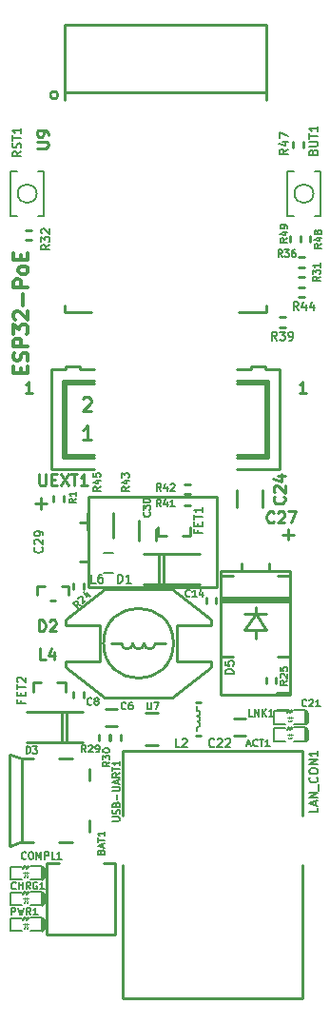
<source format=gbr>
G04 #@! TF.GenerationSoftware,KiCad,Pcbnew,6.0.0-rc1-unknown-0cca1c6~65~ubuntu16.04.1*
G04 #@! TF.CreationDate,2018-08-03T14:11:54+03:00*
G04 #@! TF.ProjectId,ESP32-PoE_Rev_B,45535033322D506F455F5265765F422E,B*
G04 #@! TF.SameCoordinates,Original*
G04 #@! TF.FileFunction,Legend,Top*
G04 #@! TF.FilePolarity,Positive*
%FSLAX46Y46*%
G04 Gerber Fmt 4.6, Leading zero omitted, Abs format (unit mm)*
G04 Created by KiCad (PCBNEW 6.0.0-rc1-unknown-0cca1c6~65~ubuntu16.04.1) date Fri Aug  3 14:11:54 2018*
%MOMM*%
%LPD*%
G01*
G04 APERTURE LIST*
%ADD10C,0.254000*%
%ADD11C,0.304800*%
%ADD12C,0.127000*%
%ADD13C,0.200000*%
%ADD14C,0.100000*%
%ADD15C,0.050000*%
%ADD16C,0.600000*%
%ADD17C,0.190500*%
%ADD18C,0.158750*%
G04 APERTURE END LIST*
D10*
X116622285Y-121998619D02*
X116041714Y-121998619D01*
X116332000Y-121998619D02*
X116332000Y-120982619D01*
X116235238Y-121127761D01*
X116138476Y-121224523D01*
X116041714Y-121272904D01*
X92238285Y-121998619D02*
X91657714Y-121998619D01*
X91948000Y-121998619D02*
X91948000Y-120982619D01*
X91851238Y-121127761D01*
X91754476Y-121224523D01*
X91657714Y-121272904D01*
D11*
X91222285Y-120226666D02*
X91222285Y-119803333D01*
X91887523Y-119621904D02*
X91887523Y-120226666D01*
X90617523Y-120226666D01*
X90617523Y-119621904D01*
X91827047Y-119138095D02*
X91887523Y-118956666D01*
X91887523Y-118654285D01*
X91827047Y-118533333D01*
X91766571Y-118472857D01*
X91645619Y-118412380D01*
X91524666Y-118412380D01*
X91403714Y-118472857D01*
X91343238Y-118533333D01*
X91282761Y-118654285D01*
X91222285Y-118896190D01*
X91161809Y-119017142D01*
X91101333Y-119077619D01*
X90980380Y-119138095D01*
X90859428Y-119138095D01*
X90738476Y-119077619D01*
X90678000Y-119017142D01*
X90617523Y-118896190D01*
X90617523Y-118593809D01*
X90678000Y-118412380D01*
X91887523Y-117868095D02*
X90617523Y-117868095D01*
X90617523Y-117384285D01*
X90678000Y-117263333D01*
X90738476Y-117202857D01*
X90859428Y-117142380D01*
X91040857Y-117142380D01*
X91161809Y-117202857D01*
X91222285Y-117263333D01*
X91282761Y-117384285D01*
X91282761Y-117868095D01*
X90617523Y-116719047D02*
X90617523Y-115932857D01*
X91101333Y-116356190D01*
X91101333Y-116174761D01*
X91161809Y-116053809D01*
X91222285Y-115993333D01*
X91343238Y-115932857D01*
X91645619Y-115932857D01*
X91766571Y-115993333D01*
X91827047Y-116053809D01*
X91887523Y-116174761D01*
X91887523Y-116537619D01*
X91827047Y-116658571D01*
X91766571Y-116719047D01*
X90738476Y-115449047D02*
X90678000Y-115388571D01*
X90617523Y-115267619D01*
X90617523Y-114965238D01*
X90678000Y-114844285D01*
X90738476Y-114783809D01*
X90859428Y-114723333D01*
X90980380Y-114723333D01*
X91161809Y-114783809D01*
X91887523Y-115509523D01*
X91887523Y-114723333D01*
X91403714Y-114179047D02*
X91403714Y-113211428D01*
X91887523Y-112606666D02*
X90617523Y-112606666D01*
X90617523Y-112122857D01*
X90678000Y-112001904D01*
X90738476Y-111941428D01*
X90859428Y-111880952D01*
X91040857Y-111880952D01*
X91161809Y-111941428D01*
X91222285Y-112001904D01*
X91282761Y-112122857D01*
X91282761Y-112606666D01*
X91887523Y-111155238D02*
X91827047Y-111276190D01*
X91766571Y-111336666D01*
X91645619Y-111397142D01*
X91282761Y-111397142D01*
X91161809Y-111336666D01*
X91101333Y-111276190D01*
X91040857Y-111155238D01*
X91040857Y-110973809D01*
X91101333Y-110852857D01*
X91161809Y-110792380D01*
X91282761Y-110731904D01*
X91645619Y-110731904D01*
X91766571Y-110792380D01*
X91827047Y-110852857D01*
X91887523Y-110973809D01*
X91887523Y-111155238D01*
X91222285Y-110187619D02*
X91222285Y-109764285D01*
X91887523Y-109582857D02*
X91887523Y-110187619D01*
X90617523Y-110187619D01*
X90617523Y-109582857D01*
D12*
G04 #@! TO.C,BUT1*
X114959000Y-106267000D02*
X114959000Y-102267000D01*
X117959000Y-106267000D02*
X117959000Y-102267000D01*
X114962000Y-102267000D02*
X115520800Y-102267000D01*
X117398000Y-102267000D02*
X117956800Y-102267000D01*
X114961200Y-106267000D02*
X115570800Y-106267000D01*
X117398000Y-106267000D02*
X117956800Y-106267000D01*
X117298738Y-104267000D02*
G75*
G03X117298738Y-104267000I-839738J0D01*
G01*
G04 #@! TO.C,RST1*
X92660738Y-104267000D02*
G75*
G03X92660738Y-104267000I-839738J0D01*
G01*
X92760000Y-106267000D02*
X93318800Y-106267000D01*
X90323200Y-106267000D02*
X90932800Y-106267000D01*
X92760000Y-102267000D02*
X93318800Y-102267000D01*
X90324000Y-102267000D02*
X90882800Y-102267000D01*
X93321000Y-106267000D02*
X93321000Y-102267000D01*
X90321000Y-106267000D02*
X90321000Y-102267000D01*
D10*
G04 #@! TO.C,UEXT1*
X97790000Y-128778000D02*
X93980000Y-128778000D01*
X94996000Y-127762000D02*
X97790000Y-127762000D01*
X94996000Y-120904000D02*
X94996000Y-127762000D01*
X97790000Y-120904000D02*
X94996000Y-120904000D01*
X113284000Y-120904000D02*
X110490000Y-120904000D01*
X113284000Y-127762000D02*
X113284000Y-120904000D01*
X110490000Y-127762000D02*
X113284000Y-127762000D01*
X96520000Y-119888000D02*
X97790000Y-119888000D01*
X96520000Y-119634000D02*
X96520000Y-119888000D01*
X95250000Y-119634000D02*
X95250000Y-119888000D01*
X96520000Y-119634000D02*
X95250000Y-119634000D01*
X110490000Y-119888000D02*
X111760000Y-119888000D01*
X113030000Y-119888000D02*
X114300000Y-119888000D01*
X111760000Y-119888000D02*
X111760000Y-119634000D01*
X113030000Y-119634000D02*
X111760000Y-119634000D01*
X113030000Y-119888000D02*
X113030000Y-119634000D01*
X97790000Y-127508000D02*
X95250000Y-127508000D01*
X113030000Y-127508000D02*
X110490000Y-127508000D01*
X93980000Y-119888000D02*
X93980000Y-128778000D01*
X114300000Y-128778000D02*
X114300000Y-119888000D01*
X114300000Y-128778000D02*
X110490000Y-128778000D01*
X93980000Y-119888000D02*
X95250000Y-119888000D01*
X95250000Y-121158000D02*
X95250000Y-127508000D01*
X113030000Y-127508000D02*
X113030000Y-121158000D01*
X110490000Y-121158000D02*
X113030000Y-121158000D01*
X95250000Y-121158000D02*
X97790000Y-121158000D01*
X95504000Y-121031000D02*
X95123000Y-121031000D01*
X95504000Y-127635000D02*
X95123000Y-127635000D01*
X112903000Y-127635000D02*
X113157000Y-127635000D01*
X112776000Y-121031000D02*
X113284000Y-121031000D01*
G04 #@! TO.C,U9*
X95140000Y-89285000D02*
X113140000Y-89285000D01*
X95140000Y-95285000D02*
X113140000Y-95285000D01*
X94549411Y-95505000D02*
G75*
G03X94549411Y-95505000I-339411J0D01*
G01*
X113140000Y-89285000D02*
X113140000Y-95905000D01*
X95140000Y-114785000D02*
X95140000Y-114195000D01*
X95140000Y-114785000D02*
X97510000Y-114785000D01*
X113140000Y-114785000D02*
X110650000Y-114785000D01*
X113140000Y-114785000D02*
X113140000Y-114245000D01*
X95140000Y-89285000D02*
X95140000Y-95905000D01*
G04 #@! TO.C,D2*
X93903800Y-140487400D02*
X94310200Y-140487400D01*
X95529400Y-139166600D02*
X95529400Y-139954000D01*
X94869000Y-139166600D02*
X95529400Y-139166600D01*
X92684600Y-139166600D02*
X93345000Y-139166600D01*
X92684600Y-139954000D02*
X92684600Y-139166600D01*
G04 #@! TO.C,R48*
X117030500Y-108331000D02*
X117030500Y-108585000D01*
X117030500Y-108331000D02*
X117030500Y-108077000D01*
X116141500Y-108331000D02*
X116141500Y-108077000D01*
X116141500Y-108331000D02*
X116141500Y-108585000D01*
G04 #@! TO.C,R49*
X115252500Y-108331000D02*
X115252500Y-108077000D01*
X115252500Y-108331000D02*
X115252500Y-108585000D01*
X116141500Y-108331000D02*
X116141500Y-108585000D01*
X116141500Y-108331000D02*
X116141500Y-108077000D01*
G04 #@! TO.C,R47*
X116395500Y-99949000D02*
X116395500Y-100203000D01*
X116395500Y-99949000D02*
X116395500Y-99695000D01*
X115506500Y-99949000D02*
X115506500Y-99695000D01*
X115506500Y-99949000D02*
X115506500Y-100203000D01*
G04 #@! TO.C,L2*
X106861000Y-152503000D02*
X107261000Y-152503000D01*
X106861000Y-149503000D02*
X107261000Y-149503000D01*
D13*
X106961000Y-150753000D02*
G75*
G02X106961000Y-151253000I0J-250000D01*
G01*
X106961000Y-150253000D02*
G75*
G02X106961000Y-150753000I0J-250000D01*
G01*
X106961000Y-151253000D02*
G75*
G02X106961000Y-151753000I0J-250000D01*
G01*
X106911000Y-150253000D02*
X106911000Y-149903000D01*
X106911000Y-151753000D02*
X106911000Y-152103000D01*
D10*
G04 #@! TO.C,FET1*
X103479600Y-134747000D02*
X104190800Y-134747000D01*
X103479600Y-133908800D02*
X103479600Y-134747000D01*
X106324400Y-133908800D02*
X106324400Y-134747000D01*
X105613200Y-134747000D02*
X106324400Y-134747000D01*
G04 #@! TO.C,FET2*
X95211900Y-147736560D02*
X94500700Y-147736560D01*
X95211900Y-148574760D02*
X95211900Y-147736560D01*
X92367100Y-148574760D02*
X92367100Y-147736560D01*
X93078300Y-147736560D02*
X92367100Y-147736560D01*
G04 #@! TO.C,USB-UART1*
X91326000Y-161942000D02*
X91326000Y-154542000D01*
X95826000Y-154542000D02*
X94626000Y-154542000D01*
X97326000Y-156442000D02*
X97326000Y-155442000D01*
X97326000Y-161042000D02*
X97326000Y-160042000D01*
X92326000Y-161942000D02*
X91326000Y-161942000D01*
X90226000Y-162306000D02*
X90226000Y-154178000D01*
X91326000Y-154542000D02*
X92326000Y-154542000D01*
X95826000Y-161942000D02*
X94626000Y-161942000D01*
X90297000Y-162306000D02*
X91313000Y-161925000D01*
X90297000Y-154178000D02*
X91313000Y-154559000D01*
D12*
G04 #@! TO.C,CHRG1*
X91465400Y-166598600D02*
X91643200Y-166370000D01*
X91643200Y-166370000D02*
X91541600Y-166395400D01*
X91643200Y-166370000D02*
X91643200Y-166471600D01*
X90297000Y-166420800D02*
X91313000Y-166420800D01*
X90297000Y-167589200D02*
X91313000Y-167589200D01*
X90297000Y-166420800D02*
X90297000Y-167589200D01*
X93091000Y-167589200D02*
X92075000Y-167589200D01*
X92075000Y-166370000D02*
X93091000Y-166370000D01*
D14*
X91434000Y-167005000D02*
X91954000Y-167005000D01*
X91604000Y-166895000D02*
X91604000Y-167115000D01*
X91604000Y-166895000D02*
X91714000Y-166995000D01*
X91604000Y-167115000D02*
X91704000Y-167015000D01*
X91794000Y-166895000D02*
X91794000Y-167115000D01*
D15*
X91871800Y-167250600D02*
X91741800Y-167360600D01*
X91740200Y-167359600D02*
X91820200Y-167349600D01*
X91740200Y-167359600D02*
X91740200Y-167279600D01*
X91524800Y-167359600D02*
X91524800Y-167279600D01*
X91524800Y-167359600D02*
X91604800Y-167349600D01*
X91664800Y-167229600D02*
X91534800Y-167339600D01*
D12*
X91922600Y-166370000D02*
X91922600Y-166471600D01*
X91922600Y-166370000D02*
X91821000Y-166395400D01*
X91744800Y-166598600D02*
X91922600Y-166370000D01*
D10*
X93103700Y-166433500D02*
X93256100Y-166560500D01*
X93103700Y-167525700D02*
X93243400Y-167398700D01*
X93256100Y-166560500D02*
X93256100Y-167386000D01*
X93091000Y-167487600D02*
X93091000Y-166446200D01*
D12*
G04 #@! TO.C,COMPL1*
X91465400Y-164312600D02*
X91643200Y-164084000D01*
X91643200Y-164084000D02*
X91541600Y-164109400D01*
X91643200Y-164084000D02*
X91643200Y-164185600D01*
X90297000Y-164134800D02*
X91313000Y-164134800D01*
X90297000Y-165303200D02*
X91313000Y-165303200D01*
X90297000Y-164134800D02*
X90297000Y-165303200D01*
X93091000Y-165303200D02*
X92075000Y-165303200D01*
X92075000Y-164084000D02*
X93091000Y-164084000D01*
D14*
X91434000Y-164719000D02*
X91954000Y-164719000D01*
X91604000Y-164609000D02*
X91604000Y-164829000D01*
X91604000Y-164609000D02*
X91714000Y-164709000D01*
X91604000Y-164829000D02*
X91704000Y-164729000D01*
X91794000Y-164609000D02*
X91794000Y-164829000D01*
D15*
X91871800Y-164964600D02*
X91741800Y-165074600D01*
X91740200Y-165073600D02*
X91820200Y-165063600D01*
X91740200Y-165073600D02*
X91740200Y-164993600D01*
X91524800Y-165073600D02*
X91524800Y-164993600D01*
X91524800Y-165073600D02*
X91604800Y-165063600D01*
X91664800Y-164943600D02*
X91534800Y-165053600D01*
D12*
X91922600Y-164084000D02*
X91922600Y-164185600D01*
X91922600Y-164084000D02*
X91821000Y-164109400D01*
X91744800Y-164312600D02*
X91922600Y-164084000D01*
D10*
X93103700Y-164147500D02*
X93256100Y-164274500D01*
X93103700Y-165239700D02*
X93243400Y-165112700D01*
X93256100Y-164274500D02*
X93256100Y-165100000D01*
X93091000Y-165201600D02*
X93091000Y-164160200D01*
G04 #@! TO.C,C21*
X115062000Y-150241000D02*
X114046000Y-150241000D01*
X115062000Y-148717000D02*
X114046000Y-148717000D01*
G04 #@! TO.C,C22*
X110236000Y-151003000D02*
X111252000Y-151003000D01*
X110236000Y-152527000D02*
X111252000Y-152527000D01*
D12*
G04 #@! TO.C,PWR1*
X91465400Y-168884600D02*
X91643200Y-168656000D01*
X91643200Y-168656000D02*
X91541600Y-168681400D01*
X91643200Y-168656000D02*
X91643200Y-168757600D01*
X90297000Y-168706800D02*
X91313000Y-168706800D01*
X90297000Y-169875200D02*
X91313000Y-169875200D01*
X90297000Y-168706800D02*
X90297000Y-169875200D01*
X93091000Y-169875200D02*
X92075000Y-169875200D01*
X92075000Y-168656000D02*
X93091000Y-168656000D01*
D14*
X91434000Y-169291000D02*
X91954000Y-169291000D01*
X91604000Y-169181000D02*
X91604000Y-169401000D01*
X91604000Y-169181000D02*
X91714000Y-169281000D01*
X91604000Y-169401000D02*
X91704000Y-169301000D01*
X91794000Y-169181000D02*
X91794000Y-169401000D01*
D15*
X91871800Y-169536600D02*
X91741800Y-169646600D01*
X91740200Y-169645600D02*
X91820200Y-169635600D01*
X91740200Y-169645600D02*
X91740200Y-169565600D01*
X91524800Y-169645600D02*
X91524800Y-169565600D01*
X91524800Y-169645600D02*
X91604800Y-169635600D01*
X91664800Y-169515600D02*
X91534800Y-169625600D01*
D12*
X91922600Y-168656000D02*
X91922600Y-168757600D01*
X91922600Y-168656000D02*
X91821000Y-168681400D01*
X91744800Y-168884600D02*
X91922600Y-168656000D01*
D10*
X93103700Y-168719500D02*
X93256100Y-168846500D01*
X93103700Y-169811700D02*
X93243400Y-169684700D01*
X93256100Y-168846500D02*
X93256100Y-169672000D01*
X93091000Y-169773600D02*
X93091000Y-168732200D01*
D12*
G04 #@! TO.C,L6*
X98628200Y-136271000D02*
X99466400Y-136271000D01*
X98628200Y-138049000D02*
X99466400Y-138049000D01*
D10*
G04 #@! TO.C,LAN_CON1*
X100331000Y-153846000D02*
X116331000Y-153846000D01*
X116331000Y-153846000D02*
X116331000Y-159616000D01*
X116331000Y-164046000D02*
X116331000Y-175846000D01*
X116331000Y-175846000D02*
X100331000Y-175846000D01*
X100331000Y-175846000D02*
X100331000Y-164046000D01*
X100331000Y-159616000D02*
X100331000Y-153846000D01*
G04 #@! TO.C,C24*
X110490000Y-130683000D02*
X110490000Y-132207000D01*
X112776000Y-130683000D02*
X112776000Y-132207000D01*
G04 #@! TO.C,D1*
X103958000Y-136318000D02*
X103958000Y-139018000D01*
X107148000Y-136318000D02*
X102148000Y-136318000D01*
X103518000Y-136318000D02*
X103518000Y-139018000D01*
X102148000Y-139018000D02*
X107148000Y-139018000D01*
G04 #@! TO.C,D3*
X94924000Y-153115000D02*
X94924000Y-150415000D01*
X91734000Y-153115000D02*
X96734000Y-153115000D01*
X95364000Y-153115000D02*
X95364000Y-150415000D01*
X96734000Y-150415000D02*
X91734000Y-150415000D01*
G04 #@! TO.C,D5*
X112141000Y-143059000D02*
X112141000Y-143859000D01*
X112141000Y-141659000D02*
X112141000Y-141059000D01*
X109041000Y-145459000D02*
X110141000Y-145459000D01*
X115241000Y-145459000D02*
X114141000Y-145459000D01*
X109041000Y-138259000D02*
X110141000Y-138259000D01*
X115241000Y-138259000D02*
X114141000Y-138259000D01*
X111141000Y-141659000D02*
X113141000Y-141659000D01*
X111141000Y-143059000D02*
X112141000Y-141659000D01*
X113141000Y-143059000D02*
X112141000Y-141659000D01*
X111141000Y-143059000D02*
X113141000Y-143059000D01*
X109041000Y-145459000D02*
X109041000Y-138259000D01*
X115241000Y-138259000D02*
X115241000Y-145459000D01*
D16*
X115041000Y-140359000D02*
X109241000Y-140359000D01*
D10*
G04 #@! TO.C,L4*
X99327000Y-144272000D02*
X100227000Y-144272000D01*
X103227000Y-144272000D02*
X104127000Y-144272000D01*
X103227000Y-144272000D02*
G75*
G02X102227000Y-144272000I-500000J0D01*
G01*
X101227000Y-144272000D02*
G75*
G02X100227000Y-144272000I-500000J0D01*
G01*
X102227000Y-144272000D02*
G75*
G02X101227000Y-144272000I-500000J0D01*
G01*
X104838270Y-144272000D02*
G75*
G03X104838270Y-144272000I-3111270J0D01*
G01*
X108227000Y-146372000D02*
X104727000Y-149072000D01*
X108227000Y-145872000D02*
X108227000Y-146372000D01*
X105127000Y-145872000D02*
X108227000Y-145872000D01*
X105127000Y-142672000D02*
X105127000Y-145872000D01*
X108227000Y-142672000D02*
X105127000Y-142672000D01*
X108227000Y-142172000D02*
X108227000Y-142672000D01*
X104727000Y-139472000D02*
X108227000Y-142172000D01*
X98727000Y-139472000D02*
X104727000Y-139472000D01*
X95227000Y-142172000D02*
X98727000Y-139472000D01*
X95227000Y-142672000D02*
X95227000Y-142172000D01*
X98327000Y-142672000D02*
X95227000Y-142672000D01*
X98327000Y-145872000D02*
X98327000Y-142672000D01*
X95227000Y-145872000D02*
X98327000Y-145872000D01*
X95227000Y-146372000D02*
X95227000Y-145872000D01*
X98727000Y-149072000D02*
X95227000Y-146372000D01*
X104727000Y-149072000D02*
X98727000Y-149072000D01*
G04 #@! TO.C,U7*
X102311200Y-150495000D02*
X103441500Y-150495000D01*
X102311200Y-153301700D02*
X103441500Y-153301700D01*
G04 #@! TO.C,C6*
X99822000Y-151638000D02*
X98806000Y-151638000D01*
X99822000Y-150114000D02*
X98806000Y-150114000D01*
G04 #@! TO.C,C8*
X96837500Y-148844000D02*
X96837500Y-149098000D01*
X96837500Y-148844000D02*
X96837500Y-148590000D01*
X95948500Y-148844000D02*
X95948500Y-148590000D01*
X95948500Y-148844000D02*
X95948500Y-149098000D01*
G04 #@! TO.C,R24*
X95948500Y-139192000D02*
X95948500Y-138938000D01*
X95948500Y-139192000D02*
X95948500Y-139446000D01*
X96837500Y-139192000D02*
X96837500Y-139446000D01*
X96837500Y-139192000D02*
X96837500Y-138938000D01*
G04 #@! TO.C,R1*
X95059500Y-131445000D02*
X95059500Y-131699000D01*
X95059500Y-131445000D02*
X95059500Y-131191000D01*
X94170500Y-131445000D02*
X94170500Y-131191000D01*
X94170500Y-131445000D02*
X94170500Y-131699000D01*
G04 #@! TO.C,R25*
X113982500Y-147574000D02*
X113982500Y-147828000D01*
X113982500Y-147574000D02*
X113982500Y-147320000D01*
X113093500Y-147574000D02*
X113093500Y-147320000D01*
X113093500Y-147574000D02*
X113093500Y-147828000D01*
G04 #@! TO.C,R29*
X99123500Y-152654000D02*
X99123500Y-152908000D01*
X99123500Y-152654000D02*
X99123500Y-152400000D01*
X98234500Y-152654000D02*
X98234500Y-152400000D01*
X98234500Y-152654000D02*
X98234500Y-152908000D01*
G04 #@! TO.C,R30*
X100139500Y-152654000D02*
X100139500Y-152908000D01*
X100139500Y-152654000D02*
X100139500Y-152400000D01*
X99250500Y-152654000D02*
X99250500Y-152400000D01*
X99250500Y-152654000D02*
X99250500Y-152908000D01*
G04 #@! TO.C,R31*
X116205000Y-110807500D02*
X116459000Y-110807500D01*
X116205000Y-110807500D02*
X115951000Y-110807500D01*
X116205000Y-111696500D02*
X115951000Y-111696500D01*
X116205000Y-111696500D02*
X116459000Y-111696500D01*
G04 #@! TO.C,R32*
X91948000Y-108394500D02*
X91694000Y-108394500D01*
X91948000Y-108394500D02*
X92202000Y-108394500D01*
X91948000Y-107505500D02*
X92202000Y-107505500D01*
X91948000Y-107505500D02*
X91694000Y-107505500D01*
G04 #@! TO.C,R36*
X116205000Y-109918500D02*
X116459000Y-109918500D01*
X116205000Y-109918500D02*
X115951000Y-109918500D01*
X116205000Y-110807500D02*
X115951000Y-110807500D01*
X116205000Y-110807500D02*
X116459000Y-110807500D01*
G04 #@! TO.C,R39*
X114554000Y-115252500D02*
X114808000Y-115252500D01*
X114554000Y-115252500D02*
X114300000Y-115252500D01*
X114554000Y-116141500D02*
X114300000Y-116141500D01*
X114554000Y-116141500D02*
X114808000Y-116141500D01*
G04 #@! TO.C,R41*
X106045000Y-132016500D02*
X105791000Y-132016500D01*
X106045000Y-132016500D02*
X106299000Y-132016500D01*
X106045000Y-131127500D02*
X106299000Y-131127500D01*
X106045000Y-131127500D02*
X105791000Y-131127500D01*
G04 #@! TO.C,R42*
X106045000Y-130111500D02*
X106299000Y-130111500D01*
X106045000Y-130111500D02*
X105791000Y-130111500D01*
X106045000Y-131000500D02*
X105791000Y-131000500D01*
X106045000Y-131000500D02*
X106299000Y-131000500D01*
G04 #@! TO.C,R44*
X116205000Y-113474500D02*
X115951000Y-113474500D01*
X116205000Y-113474500D02*
X116459000Y-113474500D01*
X116205000Y-112585500D02*
X116459000Y-112585500D01*
X116205000Y-112585500D02*
X115951000Y-112585500D01*
G04 #@! TO.C,C14*
X108648500Y-140462000D02*
X108648500Y-140716000D01*
X108648500Y-140462000D02*
X108648500Y-140208000D01*
X107759500Y-140462000D02*
X107759500Y-140208000D01*
X107759500Y-140462000D02*
X107759500Y-140716000D01*
G04 #@! TO.C,R43*
X101727000Y-134874000D02*
X101727000Y-133350000D01*
X99441000Y-134874000D02*
X99441000Y-133350000D01*
G04 #@! TO.C,R45*
X99441000Y-134239000D02*
X99441000Y-132715000D01*
X97155000Y-134239000D02*
X97155000Y-132715000D01*
G04 #@! TO.C,C29*
X97242000Y-137005000D02*
X96492000Y-137005000D01*
X97242000Y-133505000D02*
X96492000Y-133505000D01*
X97242000Y-139255000D02*
X97242000Y-131255000D01*
X108742000Y-139255000D02*
X97242000Y-139255000D01*
X108742000Y-131255000D02*
X108742000Y-139255000D01*
X97242000Y-131255000D02*
X108742000Y-131255000D01*
G04 #@! TO.C,C30*
X103251000Y-134112000D02*
X103251000Y-135128000D01*
X101727000Y-134112000D02*
X101727000Y-135128000D01*
G04 #@! TO.C,C27*
X110891000Y-137882000D02*
X110891000Y-137132000D01*
X113391000Y-137882000D02*
X113391000Y-137132000D01*
X109041000Y-137882000D02*
X115241000Y-137882000D01*
X109041000Y-148882000D02*
X109041000Y-137882000D01*
X115241000Y-148882000D02*
X109041000Y-148882000D01*
X115241000Y-137882000D02*
X115241000Y-148882000D01*
G04 #@! TO.C,BAT1*
X98653600Y-163842700D02*
X99656900Y-163842700D01*
X93586300Y-163842700D02*
X94640400Y-163842700D01*
X93581220Y-163850320D02*
X93581220Y-170159680D01*
X93581220Y-170159680D02*
X99661980Y-170159680D01*
X99661980Y-170159680D02*
X99661980Y-163842698D01*
D12*
G04 #@! TO.C,ACT1*
X114960400Y-151993600D02*
X115138200Y-151765000D01*
X115138200Y-151765000D02*
X115036600Y-151790400D01*
X115138200Y-151765000D02*
X115138200Y-151866600D01*
X113792000Y-151815800D02*
X114808000Y-151815800D01*
X113792000Y-152984200D02*
X114808000Y-152984200D01*
X113792000Y-151815800D02*
X113792000Y-152984200D01*
X116586000Y-152984200D02*
X115570000Y-152984200D01*
X115570000Y-151765000D02*
X116586000Y-151765000D01*
D14*
X114929000Y-152400000D02*
X115449000Y-152400000D01*
X115099000Y-152290000D02*
X115099000Y-152510000D01*
X115099000Y-152290000D02*
X115209000Y-152390000D01*
X115099000Y-152510000D02*
X115199000Y-152410000D01*
X115289000Y-152290000D02*
X115289000Y-152510000D01*
D15*
X115366800Y-152645600D02*
X115236800Y-152755600D01*
X115235200Y-152754600D02*
X115315200Y-152744600D01*
X115235200Y-152754600D02*
X115235200Y-152674600D01*
X115019800Y-152754600D02*
X115019800Y-152674600D01*
X115019800Y-152754600D02*
X115099800Y-152744600D01*
X115159800Y-152624600D02*
X115029800Y-152734600D01*
D12*
X115417600Y-151765000D02*
X115417600Y-151866600D01*
X115417600Y-151765000D02*
X115316000Y-151790400D01*
X115239800Y-151993600D02*
X115417600Y-151765000D01*
D10*
X116598700Y-151828500D02*
X116751100Y-151955500D01*
X116598700Y-152920700D02*
X116738400Y-152793700D01*
X116751100Y-151955500D02*
X116751100Y-152781000D01*
X116586000Y-152882600D02*
X116586000Y-151841200D01*
D12*
G04 #@! TO.C,LNK1*
X114960400Y-150469600D02*
X115138200Y-150241000D01*
X115138200Y-150241000D02*
X115036600Y-150266400D01*
X115138200Y-150241000D02*
X115138200Y-150342600D01*
X113792000Y-150291800D02*
X114808000Y-150291800D01*
X113792000Y-151460200D02*
X114808000Y-151460200D01*
X113792000Y-150291800D02*
X113792000Y-151460200D01*
X116586000Y-151460200D02*
X115570000Y-151460200D01*
X115570000Y-150241000D02*
X116586000Y-150241000D01*
D14*
X114929000Y-150876000D02*
X115449000Y-150876000D01*
X115099000Y-150766000D02*
X115099000Y-150986000D01*
X115099000Y-150766000D02*
X115209000Y-150866000D01*
X115099000Y-150986000D02*
X115199000Y-150886000D01*
X115289000Y-150766000D02*
X115289000Y-150986000D01*
D15*
X115366800Y-151121600D02*
X115236800Y-151231600D01*
X115235200Y-151230600D02*
X115315200Y-151220600D01*
X115235200Y-151230600D02*
X115235200Y-151150600D01*
X115019800Y-151230600D02*
X115019800Y-151150600D01*
X115019800Y-151230600D02*
X115099800Y-151220600D01*
X115159800Y-151100600D02*
X115029800Y-151210600D01*
D12*
X115417600Y-150241000D02*
X115417600Y-150342600D01*
X115417600Y-150241000D02*
X115316000Y-150266400D01*
X115239800Y-150469600D02*
X115417600Y-150241000D01*
D10*
X116598700Y-150304500D02*
X116751100Y-150431500D01*
X116598700Y-151396700D02*
X116738400Y-151269700D01*
X116751100Y-150431500D02*
X116751100Y-151257000D01*
X116586000Y-151358600D02*
X116586000Y-150317200D01*
G04 #@! TO.C,BUT1*
D17*
X117293571Y-100565857D02*
X117329857Y-100457000D01*
X117366142Y-100420714D01*
X117438714Y-100384428D01*
X117547571Y-100384428D01*
X117620142Y-100420714D01*
X117656428Y-100457000D01*
X117692714Y-100529571D01*
X117692714Y-100819857D01*
X116930714Y-100819857D01*
X116930714Y-100565857D01*
X116967000Y-100493285D01*
X117003285Y-100457000D01*
X117075857Y-100420714D01*
X117148428Y-100420714D01*
X117221000Y-100457000D01*
X117257285Y-100493285D01*
X117293571Y-100565857D01*
X117293571Y-100819857D01*
X116930714Y-100057857D02*
X117547571Y-100057857D01*
X117620142Y-100021571D01*
X117656428Y-99985285D01*
X117692714Y-99912714D01*
X117692714Y-99767571D01*
X117656428Y-99695000D01*
X117620142Y-99658714D01*
X117547571Y-99622428D01*
X116930714Y-99622428D01*
X116930714Y-99368428D02*
X116930714Y-98933000D01*
X117692714Y-99150714D02*
X116930714Y-99150714D01*
X117692714Y-98279857D02*
X117692714Y-98715285D01*
X117692714Y-98497571D02*
X116930714Y-98497571D01*
X117039571Y-98570142D01*
X117112142Y-98642714D01*
X117148428Y-98715285D01*
G04 #@! TO.C,RST1*
X91276714Y-100475142D02*
X90913857Y-100729142D01*
X91276714Y-100910571D02*
X90514714Y-100910571D01*
X90514714Y-100620285D01*
X90551000Y-100547714D01*
X90587285Y-100511428D01*
X90659857Y-100475142D01*
X90768714Y-100475142D01*
X90841285Y-100511428D01*
X90877571Y-100547714D01*
X90913857Y-100620285D01*
X90913857Y-100910571D01*
X91240428Y-100184857D02*
X91276714Y-100076000D01*
X91276714Y-99894571D01*
X91240428Y-99822000D01*
X91204142Y-99785714D01*
X91131571Y-99749428D01*
X91059000Y-99749428D01*
X90986428Y-99785714D01*
X90950142Y-99822000D01*
X90913857Y-99894571D01*
X90877571Y-100039714D01*
X90841285Y-100112285D01*
X90805000Y-100148571D01*
X90732428Y-100184857D01*
X90659857Y-100184857D01*
X90587285Y-100148571D01*
X90551000Y-100112285D01*
X90514714Y-100039714D01*
X90514714Y-99858285D01*
X90551000Y-99749428D01*
X90514714Y-99531714D02*
X90514714Y-99096285D01*
X91276714Y-99314000D02*
X90514714Y-99314000D01*
X91276714Y-98443142D02*
X91276714Y-98878571D01*
X91276714Y-98660857D02*
X90514714Y-98660857D01*
X90623571Y-98733428D01*
X90696142Y-98806000D01*
X90732428Y-98878571D01*
G04 #@! TO.C,UEXT1*
D10*
X92891428Y-129237619D02*
X92891428Y-130060095D01*
X92939809Y-130156857D01*
X92988190Y-130205238D01*
X93084952Y-130253619D01*
X93278476Y-130253619D01*
X93375238Y-130205238D01*
X93423619Y-130156857D01*
X93472000Y-130060095D01*
X93472000Y-129237619D01*
X93955809Y-129721428D02*
X94294476Y-129721428D01*
X94439619Y-130253619D02*
X93955809Y-130253619D01*
X93955809Y-129237619D01*
X94439619Y-129237619D01*
X94778285Y-129237619D02*
X95455619Y-130253619D01*
X95455619Y-129237619D02*
X94778285Y-130253619D01*
X95697523Y-129237619D02*
X96278095Y-129237619D01*
X95987809Y-130253619D02*
X95987809Y-129237619D01*
X97148952Y-130253619D02*
X96568380Y-130253619D01*
X96858666Y-130253619D02*
X96858666Y-129237619D01*
X96761904Y-129382761D01*
X96665142Y-129479523D01*
X96568380Y-129527904D01*
X96792142Y-122488476D02*
X96852619Y-122428000D01*
X96973571Y-122367523D01*
X97275952Y-122367523D01*
X97396904Y-122428000D01*
X97457380Y-122488476D01*
X97517857Y-122609428D01*
X97517857Y-122730380D01*
X97457380Y-122911809D01*
X96731666Y-123637523D01*
X97517857Y-123637523D01*
X97517857Y-126177523D02*
X96792142Y-126177523D01*
X97155000Y-126177523D02*
X97155000Y-124907523D01*
X97034047Y-125088952D01*
X96913095Y-125209904D01*
X96792142Y-125270380D01*
G04 #@! TO.C,U9*
X92661619Y-100215095D02*
X93484095Y-100215095D01*
X93580857Y-100166714D01*
X93629238Y-100118333D01*
X93677619Y-100021571D01*
X93677619Y-99828047D01*
X93629238Y-99731285D01*
X93580857Y-99682904D01*
X93484095Y-99634523D01*
X92661619Y-99634523D01*
X93677619Y-99102333D02*
X93677619Y-98908809D01*
X93629238Y-98812047D01*
X93580857Y-98763666D01*
X93435714Y-98666904D01*
X93242190Y-98618523D01*
X92855142Y-98618523D01*
X92758380Y-98666904D01*
X92710000Y-98715285D01*
X92661619Y-98812047D01*
X92661619Y-99005571D01*
X92710000Y-99102333D01*
X92758380Y-99150714D01*
X92855142Y-99199095D01*
X93097047Y-99199095D01*
X93193809Y-99150714D01*
X93242190Y-99102333D01*
X93290571Y-99005571D01*
X93290571Y-98812047D01*
X93242190Y-98715285D01*
X93193809Y-98666904D01*
X93097047Y-98618523D01*
G04 #@! TO.C,D2*
X92849095Y-143207619D02*
X92849095Y-142191619D01*
X93091000Y-142191619D01*
X93236142Y-142240000D01*
X93332904Y-142336761D01*
X93381285Y-142433523D01*
X93429666Y-142627047D01*
X93429666Y-142772190D01*
X93381285Y-142965714D01*
X93332904Y-143062476D01*
X93236142Y-143159238D01*
X93091000Y-143207619D01*
X92849095Y-143207619D01*
X93816714Y-142288380D02*
X93865095Y-142240000D01*
X93961857Y-142191619D01*
X94203761Y-142191619D01*
X94300523Y-142240000D01*
X94348904Y-142288380D01*
X94397285Y-142385142D01*
X94397285Y-142481904D01*
X94348904Y-142627047D01*
X93768333Y-143207619D01*
X94397285Y-143207619D01*
G04 #@! TO.C,R48*
D18*
X118016261Y-108739214D02*
X117713880Y-108950880D01*
X118016261Y-109102071D02*
X117381261Y-109102071D01*
X117381261Y-108860166D01*
X117411500Y-108799690D01*
X117441738Y-108769452D01*
X117502214Y-108739214D01*
X117592928Y-108739214D01*
X117653404Y-108769452D01*
X117683642Y-108799690D01*
X117713880Y-108860166D01*
X117713880Y-109102071D01*
X117592928Y-108194928D02*
X118016261Y-108194928D01*
X117351023Y-108346119D02*
X117804595Y-108497309D01*
X117804595Y-108104214D01*
X117653404Y-107771595D02*
X117623166Y-107832071D01*
X117592928Y-107862309D01*
X117532452Y-107892547D01*
X117502214Y-107892547D01*
X117441738Y-107862309D01*
X117411500Y-107832071D01*
X117381261Y-107771595D01*
X117381261Y-107650642D01*
X117411500Y-107590166D01*
X117441738Y-107559928D01*
X117502214Y-107529690D01*
X117532452Y-107529690D01*
X117592928Y-107559928D01*
X117623166Y-107590166D01*
X117653404Y-107650642D01*
X117653404Y-107771595D01*
X117683642Y-107832071D01*
X117713880Y-107862309D01*
X117774357Y-107892547D01*
X117895309Y-107892547D01*
X117955785Y-107862309D01*
X117986023Y-107832071D01*
X118016261Y-107771595D01*
X118016261Y-107650642D01*
X117986023Y-107590166D01*
X117955785Y-107559928D01*
X117895309Y-107529690D01*
X117774357Y-107529690D01*
X117713880Y-107559928D01*
X117683642Y-107590166D01*
X117653404Y-107650642D01*
G04 #@! TO.C,R49*
X114968261Y-108231214D02*
X114665880Y-108442880D01*
X114968261Y-108594071D02*
X114333261Y-108594071D01*
X114333261Y-108352166D01*
X114363500Y-108291690D01*
X114393738Y-108261452D01*
X114454214Y-108231214D01*
X114544928Y-108231214D01*
X114605404Y-108261452D01*
X114635642Y-108291690D01*
X114665880Y-108352166D01*
X114665880Y-108594071D01*
X114544928Y-107686928D02*
X114968261Y-107686928D01*
X114303023Y-107838119D02*
X114756595Y-107989309D01*
X114756595Y-107596214D01*
X114968261Y-107324071D02*
X114968261Y-107203119D01*
X114938023Y-107142642D01*
X114907785Y-107112404D01*
X114817071Y-107051928D01*
X114696119Y-107021690D01*
X114454214Y-107021690D01*
X114393738Y-107051928D01*
X114363500Y-107082166D01*
X114333261Y-107142642D01*
X114333261Y-107263595D01*
X114363500Y-107324071D01*
X114393738Y-107354309D01*
X114454214Y-107384547D01*
X114605404Y-107384547D01*
X114665880Y-107354309D01*
X114696119Y-107324071D01*
X114726357Y-107263595D01*
X114726357Y-107142642D01*
X114696119Y-107082166D01*
X114665880Y-107051928D01*
X114605404Y-107021690D01*
G04 #@! TO.C,R47*
D17*
X115025714Y-100311857D02*
X114662857Y-100565857D01*
X115025714Y-100747285D02*
X114263714Y-100747285D01*
X114263714Y-100457000D01*
X114300000Y-100384428D01*
X114336285Y-100348142D01*
X114408857Y-100311857D01*
X114517714Y-100311857D01*
X114590285Y-100348142D01*
X114626571Y-100384428D01*
X114662857Y-100457000D01*
X114662857Y-100747285D01*
X114517714Y-99658714D02*
X115025714Y-99658714D01*
X114227428Y-99840142D02*
X114771714Y-100021571D01*
X114771714Y-99549857D01*
X114263714Y-99332142D02*
X114263714Y-98824142D01*
X115025714Y-99150714D01*
G04 #@! TO.C,L2*
X105410000Y-153506714D02*
X105047142Y-153506714D01*
X105047142Y-152744714D01*
X105627714Y-152817285D02*
X105664000Y-152781000D01*
X105736571Y-152744714D01*
X105918000Y-152744714D01*
X105990571Y-152781000D01*
X106026857Y-152817285D01*
X106063142Y-152889857D01*
X106063142Y-152962428D01*
X106026857Y-153071285D01*
X105591428Y-153506714D01*
X106063142Y-153506714D01*
G04 #@! TO.C,FET1*
X107006571Y-134239000D02*
X107006571Y-134493000D01*
X107405714Y-134493000D02*
X106643714Y-134493000D01*
X106643714Y-134130142D01*
X107006571Y-133839857D02*
X107006571Y-133585857D01*
X107405714Y-133477000D02*
X107405714Y-133839857D01*
X106643714Y-133839857D01*
X106643714Y-133477000D01*
X106643714Y-133259285D02*
X106643714Y-132823857D01*
X107405714Y-133041571D02*
X106643714Y-133041571D01*
X107405714Y-132170714D02*
X107405714Y-132606142D01*
X107405714Y-132388428D02*
X106643714Y-132388428D01*
X106752571Y-132461000D01*
X106825142Y-132533571D01*
X106861428Y-132606142D01*
G04 #@! TO.C,FET2*
X91258571Y-149352000D02*
X91258571Y-149606000D01*
X91657714Y-149606000D02*
X90895714Y-149606000D01*
X90895714Y-149243142D01*
X91258571Y-148952857D02*
X91258571Y-148698857D01*
X91657714Y-148590000D02*
X91657714Y-148952857D01*
X90895714Y-148952857D01*
X90895714Y-148590000D01*
X90895714Y-148372285D02*
X90895714Y-147936857D01*
X91657714Y-148154571D02*
X90895714Y-148154571D01*
X90968285Y-147719142D02*
X90932000Y-147682857D01*
X90895714Y-147610285D01*
X90895714Y-147428857D01*
X90932000Y-147356285D01*
X90968285Y-147320000D01*
X91040857Y-147283714D01*
X91113428Y-147283714D01*
X91222285Y-147320000D01*
X91657714Y-147755428D01*
X91657714Y-147283714D01*
G04 #@! TO.C,USB-UART1*
D18*
X99423461Y-160090152D02*
X99937509Y-160090152D01*
X99997985Y-160059914D01*
X100028223Y-160029676D01*
X100058461Y-159969200D01*
X100058461Y-159848247D01*
X100028223Y-159787771D01*
X99997985Y-159757533D01*
X99937509Y-159727295D01*
X99423461Y-159727295D01*
X100028223Y-159455152D02*
X100058461Y-159364438D01*
X100058461Y-159213247D01*
X100028223Y-159152771D01*
X99997985Y-159122533D01*
X99937509Y-159092295D01*
X99877033Y-159092295D01*
X99816557Y-159122533D01*
X99786319Y-159152771D01*
X99756080Y-159213247D01*
X99725842Y-159334200D01*
X99695604Y-159394676D01*
X99665366Y-159424914D01*
X99604890Y-159455152D01*
X99544414Y-159455152D01*
X99483938Y-159424914D01*
X99453700Y-159394676D01*
X99423461Y-159334200D01*
X99423461Y-159183009D01*
X99453700Y-159092295D01*
X99725842Y-158608485D02*
X99756080Y-158517771D01*
X99786319Y-158487533D01*
X99846795Y-158457295D01*
X99937509Y-158457295D01*
X99997985Y-158487533D01*
X100028223Y-158517771D01*
X100058461Y-158578247D01*
X100058461Y-158820152D01*
X99423461Y-158820152D01*
X99423461Y-158608485D01*
X99453700Y-158548009D01*
X99483938Y-158517771D01*
X99544414Y-158487533D01*
X99604890Y-158487533D01*
X99665366Y-158517771D01*
X99695604Y-158548009D01*
X99725842Y-158608485D01*
X99725842Y-158820152D01*
X99816557Y-158185152D02*
X99816557Y-157701342D01*
X99423461Y-157398961D02*
X99937509Y-157398961D01*
X99997985Y-157368723D01*
X100028223Y-157338485D01*
X100058461Y-157278009D01*
X100058461Y-157157057D01*
X100028223Y-157096580D01*
X99997985Y-157066342D01*
X99937509Y-157036104D01*
X99423461Y-157036104D01*
X99877033Y-156763961D02*
X99877033Y-156461580D01*
X100058461Y-156824438D02*
X99423461Y-156612771D01*
X100058461Y-156401104D01*
X100058461Y-155826580D02*
X99756080Y-156038247D01*
X100058461Y-156189438D02*
X99423461Y-156189438D01*
X99423461Y-155947533D01*
X99453700Y-155887057D01*
X99483938Y-155856819D01*
X99544414Y-155826580D01*
X99635128Y-155826580D01*
X99695604Y-155856819D01*
X99725842Y-155887057D01*
X99756080Y-155947533D01*
X99756080Y-156189438D01*
X99423461Y-155645152D02*
X99423461Y-155282295D01*
X100058461Y-155463723D02*
X99423461Y-155463723D01*
X100058461Y-154738009D02*
X100058461Y-155100866D01*
X100058461Y-154919438D02*
X99423461Y-154919438D01*
X99514176Y-154979914D01*
X99574652Y-155040390D01*
X99604890Y-155100866D01*
G04 #@! TO.C,CHRG1*
X90798347Y-166088785D02*
X90768109Y-166119023D01*
X90677395Y-166149261D01*
X90616919Y-166149261D01*
X90526204Y-166119023D01*
X90465728Y-166058547D01*
X90435490Y-165998071D01*
X90405252Y-165877119D01*
X90405252Y-165786404D01*
X90435490Y-165665452D01*
X90465728Y-165604976D01*
X90526204Y-165544500D01*
X90616919Y-165514261D01*
X90677395Y-165514261D01*
X90768109Y-165544500D01*
X90798347Y-165574738D01*
X91070490Y-166149261D02*
X91070490Y-165514261D01*
X91070490Y-165816642D02*
X91433347Y-165816642D01*
X91433347Y-166149261D02*
X91433347Y-165514261D01*
X92098585Y-166149261D02*
X91886919Y-165846880D01*
X91735728Y-166149261D02*
X91735728Y-165514261D01*
X91977633Y-165514261D01*
X92038109Y-165544500D01*
X92068347Y-165574738D01*
X92098585Y-165635214D01*
X92098585Y-165725928D01*
X92068347Y-165786404D01*
X92038109Y-165816642D01*
X91977633Y-165846880D01*
X91735728Y-165846880D01*
X92703347Y-165544500D02*
X92642871Y-165514261D01*
X92552157Y-165514261D01*
X92461442Y-165544500D01*
X92400966Y-165604976D01*
X92370728Y-165665452D01*
X92340490Y-165786404D01*
X92340490Y-165877119D01*
X92370728Y-165998071D01*
X92400966Y-166058547D01*
X92461442Y-166119023D01*
X92552157Y-166149261D01*
X92612633Y-166149261D01*
X92703347Y-166119023D01*
X92733585Y-166088785D01*
X92733585Y-165877119D01*
X92612633Y-165877119D01*
X93338347Y-166149261D02*
X92975490Y-166149261D01*
X93156919Y-166149261D02*
X93156919Y-165514261D01*
X93096442Y-165604976D01*
X93035966Y-165665452D01*
X92975490Y-165695690D01*
G04 #@! TO.C,COMPL1*
X91715166Y-163421785D02*
X91684928Y-163452023D01*
X91594214Y-163482261D01*
X91533738Y-163482261D01*
X91443023Y-163452023D01*
X91382547Y-163391547D01*
X91352309Y-163331071D01*
X91322071Y-163210119D01*
X91322071Y-163119404D01*
X91352309Y-162998452D01*
X91382547Y-162937976D01*
X91443023Y-162877500D01*
X91533738Y-162847261D01*
X91594214Y-162847261D01*
X91684928Y-162877500D01*
X91715166Y-162907738D01*
X92108261Y-162847261D02*
X92229214Y-162847261D01*
X92289690Y-162877500D01*
X92350166Y-162937976D01*
X92380404Y-163058928D01*
X92380404Y-163270595D01*
X92350166Y-163391547D01*
X92289690Y-163452023D01*
X92229214Y-163482261D01*
X92108261Y-163482261D01*
X92047785Y-163452023D01*
X91987309Y-163391547D01*
X91957071Y-163270595D01*
X91957071Y-163058928D01*
X91987309Y-162937976D01*
X92047785Y-162877500D01*
X92108261Y-162847261D01*
X92652547Y-163482261D02*
X92652547Y-162847261D01*
X92864214Y-163300833D01*
X93075880Y-162847261D01*
X93075880Y-163482261D01*
X93378261Y-163482261D02*
X93378261Y-162847261D01*
X93620166Y-162847261D01*
X93680642Y-162877500D01*
X93710880Y-162907738D01*
X93741119Y-162968214D01*
X93741119Y-163058928D01*
X93710880Y-163119404D01*
X93680642Y-163149642D01*
X93620166Y-163179880D01*
X93378261Y-163179880D01*
X94315642Y-163482261D02*
X94013261Y-163482261D01*
X94013261Y-162847261D01*
X94859928Y-163482261D02*
X94497071Y-163482261D01*
X94678500Y-163482261D02*
X94678500Y-162847261D01*
X94618023Y-162937976D01*
X94557547Y-162998452D01*
X94497071Y-163028690D01*
G04 #@! TO.C,C21*
X116685785Y-149832785D02*
X116655547Y-149863023D01*
X116564833Y-149893261D01*
X116504357Y-149893261D01*
X116413642Y-149863023D01*
X116353166Y-149802547D01*
X116322928Y-149742071D01*
X116292690Y-149621119D01*
X116292690Y-149530404D01*
X116322928Y-149409452D01*
X116353166Y-149348976D01*
X116413642Y-149288500D01*
X116504357Y-149258261D01*
X116564833Y-149258261D01*
X116655547Y-149288500D01*
X116685785Y-149318738D01*
X116927690Y-149318738D02*
X116957928Y-149288500D01*
X117018404Y-149258261D01*
X117169595Y-149258261D01*
X117230071Y-149288500D01*
X117260309Y-149318738D01*
X117290547Y-149379214D01*
X117290547Y-149439690D01*
X117260309Y-149530404D01*
X116897452Y-149893261D01*
X117290547Y-149893261D01*
X117895309Y-149893261D02*
X117532452Y-149893261D01*
X117713880Y-149893261D02*
X117713880Y-149258261D01*
X117653404Y-149348976D01*
X117592928Y-149409452D01*
X117532452Y-149439690D01*
G04 #@! TO.C,C22*
D17*
X108476142Y-153434142D02*
X108439857Y-153470428D01*
X108331000Y-153506714D01*
X108258428Y-153506714D01*
X108149571Y-153470428D01*
X108077000Y-153397857D01*
X108040714Y-153325285D01*
X108004428Y-153180142D01*
X108004428Y-153071285D01*
X108040714Y-152926142D01*
X108077000Y-152853571D01*
X108149571Y-152781000D01*
X108258428Y-152744714D01*
X108331000Y-152744714D01*
X108439857Y-152781000D01*
X108476142Y-152817285D01*
X108766428Y-152817285D02*
X108802714Y-152781000D01*
X108875285Y-152744714D01*
X109056714Y-152744714D01*
X109129285Y-152781000D01*
X109165571Y-152817285D01*
X109201857Y-152889857D01*
X109201857Y-152962428D01*
X109165571Y-153071285D01*
X108730142Y-153506714D01*
X109201857Y-153506714D01*
X109492142Y-152817285D02*
X109528428Y-152781000D01*
X109601000Y-152744714D01*
X109782428Y-152744714D01*
X109855000Y-152781000D01*
X109891285Y-152817285D01*
X109927571Y-152889857D01*
X109927571Y-152962428D01*
X109891285Y-153071285D01*
X109455857Y-153506714D01*
X109927571Y-153506714D01*
G04 #@! TO.C,PWR1*
D18*
X90417952Y-168435261D02*
X90417952Y-167800261D01*
X90659857Y-167800261D01*
X90720333Y-167830500D01*
X90750571Y-167860738D01*
X90780809Y-167921214D01*
X90780809Y-168011928D01*
X90750571Y-168072404D01*
X90720333Y-168102642D01*
X90659857Y-168132880D01*
X90417952Y-168132880D01*
X90992476Y-167800261D02*
X91143666Y-168435261D01*
X91264619Y-167981690D01*
X91385571Y-168435261D01*
X91536761Y-167800261D01*
X92141523Y-168435261D02*
X91929857Y-168132880D01*
X91778666Y-168435261D02*
X91778666Y-167800261D01*
X92020571Y-167800261D01*
X92081047Y-167830500D01*
X92111285Y-167860738D01*
X92141523Y-167921214D01*
X92141523Y-168011928D01*
X92111285Y-168072404D01*
X92081047Y-168102642D01*
X92020571Y-168132880D01*
X91778666Y-168132880D01*
X92746285Y-168435261D02*
X92383428Y-168435261D01*
X92564857Y-168435261D02*
X92564857Y-167800261D01*
X92504380Y-167890976D01*
X92443904Y-167951452D01*
X92383428Y-167981690D01*
G04 #@! TO.C,L6*
D17*
X97917000Y-138901714D02*
X97554142Y-138901714D01*
X97554142Y-138139714D01*
X98497571Y-138139714D02*
X98352428Y-138139714D01*
X98279857Y-138176000D01*
X98243571Y-138212285D01*
X98171000Y-138321142D01*
X98134714Y-138466285D01*
X98134714Y-138756571D01*
X98171000Y-138829142D01*
X98207285Y-138865428D01*
X98279857Y-138901714D01*
X98425000Y-138901714D01*
X98497571Y-138865428D01*
X98533857Y-138829142D01*
X98570142Y-138756571D01*
X98570142Y-138575142D01*
X98533857Y-138502571D01*
X98497571Y-138466285D01*
X98425000Y-138430000D01*
X98279857Y-138430000D01*
X98207285Y-138466285D01*
X98171000Y-138502571D01*
X98134714Y-138575142D01*
G04 #@! TO.C,LAN_CON1*
X117692714Y-158913285D02*
X117692714Y-159276142D01*
X116930714Y-159276142D01*
X117475000Y-158695571D02*
X117475000Y-158332714D01*
X117692714Y-158768142D02*
X116930714Y-158514142D01*
X117692714Y-158260142D01*
X117692714Y-158006142D02*
X116930714Y-158006142D01*
X117692714Y-157570714D01*
X116930714Y-157570714D01*
X117765285Y-157389285D02*
X117765285Y-156808714D01*
X117620142Y-156191857D02*
X117656428Y-156228142D01*
X117692714Y-156337000D01*
X117692714Y-156409571D01*
X117656428Y-156518428D01*
X117583857Y-156591000D01*
X117511285Y-156627285D01*
X117366142Y-156663571D01*
X117257285Y-156663571D01*
X117112142Y-156627285D01*
X117039571Y-156591000D01*
X116967000Y-156518428D01*
X116930714Y-156409571D01*
X116930714Y-156337000D01*
X116967000Y-156228142D01*
X117003285Y-156191857D01*
X116930714Y-155720142D02*
X116930714Y-155575000D01*
X116967000Y-155502428D01*
X117039571Y-155429857D01*
X117184714Y-155393571D01*
X117438714Y-155393571D01*
X117583857Y-155429857D01*
X117656428Y-155502428D01*
X117692714Y-155575000D01*
X117692714Y-155720142D01*
X117656428Y-155792714D01*
X117583857Y-155865285D01*
X117438714Y-155901571D01*
X117184714Y-155901571D01*
X117039571Y-155865285D01*
X116967000Y-155792714D01*
X116930714Y-155720142D01*
X117692714Y-155067000D02*
X116930714Y-155067000D01*
X117692714Y-154631571D01*
X116930714Y-154631571D01*
X117692714Y-153869571D02*
X117692714Y-154305000D01*
X117692714Y-154087285D02*
X116930714Y-154087285D01*
X117039571Y-154159857D01*
X117112142Y-154232428D01*
X117148428Y-154305000D01*
G04 #@! TO.C,C24*
D10*
X114662857Y-131209142D02*
X114711238Y-131257523D01*
X114759619Y-131402666D01*
X114759619Y-131499428D01*
X114711238Y-131644571D01*
X114614476Y-131741333D01*
X114517714Y-131789714D01*
X114324190Y-131838095D01*
X114179047Y-131838095D01*
X113985523Y-131789714D01*
X113888761Y-131741333D01*
X113792000Y-131644571D01*
X113743619Y-131499428D01*
X113743619Y-131402666D01*
X113792000Y-131257523D01*
X113840380Y-131209142D01*
X113840380Y-130822095D02*
X113792000Y-130773714D01*
X113743619Y-130676952D01*
X113743619Y-130435047D01*
X113792000Y-130338285D01*
X113840380Y-130289904D01*
X113937142Y-130241523D01*
X114033904Y-130241523D01*
X114179047Y-130289904D01*
X114759619Y-130870476D01*
X114759619Y-130241523D01*
X114082285Y-129370666D02*
X114759619Y-129370666D01*
X113695238Y-129612571D02*
X114420952Y-129854476D01*
X114420952Y-129225523D01*
G04 #@! TO.C,D1*
D17*
X99894571Y-138901714D02*
X99894571Y-138139714D01*
X100076000Y-138139714D01*
X100184857Y-138176000D01*
X100257428Y-138248571D01*
X100293714Y-138321142D01*
X100330000Y-138466285D01*
X100330000Y-138575142D01*
X100293714Y-138720285D01*
X100257428Y-138792857D01*
X100184857Y-138865428D01*
X100076000Y-138901714D01*
X99894571Y-138901714D01*
X101055714Y-138901714D02*
X100620285Y-138901714D01*
X100838000Y-138901714D02*
X100838000Y-138139714D01*
X100765428Y-138248571D01*
X100692857Y-138321142D01*
X100620285Y-138357428D01*
G04 #@! TO.C,D3*
D18*
X91733309Y-154084261D02*
X91733309Y-153449261D01*
X91884500Y-153449261D01*
X91975214Y-153479500D01*
X92035690Y-153539976D01*
X92065928Y-153600452D01*
X92096166Y-153721404D01*
X92096166Y-153812119D01*
X92065928Y-153933071D01*
X92035690Y-153993547D01*
X91975214Y-154054023D01*
X91884500Y-154084261D01*
X91733309Y-154084261D01*
X92307833Y-153449261D02*
X92700928Y-153449261D01*
X92489261Y-153691166D01*
X92579976Y-153691166D01*
X92640452Y-153721404D01*
X92670690Y-153751642D01*
X92700928Y-153812119D01*
X92700928Y-153963309D01*
X92670690Y-154023785D01*
X92640452Y-154054023D01*
X92579976Y-154084261D01*
X92398547Y-154084261D01*
X92338071Y-154054023D01*
X92307833Y-154023785D01*
G04 #@! TO.C,D5*
D17*
X110199714Y-146993428D02*
X109437714Y-146993428D01*
X109437714Y-146812000D01*
X109474000Y-146703142D01*
X109546571Y-146630571D01*
X109619142Y-146594285D01*
X109764285Y-146558000D01*
X109873142Y-146558000D01*
X110018285Y-146594285D01*
X110090857Y-146630571D01*
X110163428Y-146703142D01*
X110199714Y-146812000D01*
X110199714Y-146993428D01*
X109437714Y-145868571D02*
X109437714Y-146231428D01*
X109800571Y-146267714D01*
X109764285Y-146231428D01*
X109728000Y-146158857D01*
X109728000Y-145977428D01*
X109764285Y-145904857D01*
X109800571Y-145868571D01*
X109873142Y-145832285D01*
X110054571Y-145832285D01*
X110127142Y-145868571D01*
X110163428Y-145904857D01*
X110199714Y-145977428D01*
X110199714Y-146158857D01*
X110163428Y-146231428D01*
X110127142Y-146267714D01*
G04 #@! TO.C,L4*
D10*
X93429666Y-145747619D02*
X92945857Y-145747619D01*
X92945857Y-144731619D01*
X94203761Y-145070285D02*
X94203761Y-145747619D01*
X93961857Y-144683238D02*
X93719952Y-145408952D01*
X94348904Y-145408952D01*
G04 #@! TO.C,U7*
D18*
X102513190Y-149512261D02*
X102513190Y-150026309D01*
X102543428Y-150086785D01*
X102573666Y-150117023D01*
X102634142Y-150147261D01*
X102755095Y-150147261D01*
X102815571Y-150117023D01*
X102845809Y-150086785D01*
X102876047Y-150026309D01*
X102876047Y-149512261D01*
X103117952Y-149512261D02*
X103541285Y-149512261D01*
X103269142Y-150147261D01*
G04 #@! TO.C,C6*
X100605166Y-150086785D02*
X100574928Y-150117023D01*
X100484214Y-150147261D01*
X100423738Y-150147261D01*
X100333023Y-150117023D01*
X100272547Y-150056547D01*
X100242309Y-149996071D01*
X100212071Y-149875119D01*
X100212071Y-149784404D01*
X100242309Y-149663452D01*
X100272547Y-149602976D01*
X100333023Y-149542500D01*
X100423738Y-149512261D01*
X100484214Y-149512261D01*
X100574928Y-149542500D01*
X100605166Y-149572738D01*
X101149452Y-149512261D02*
X101028500Y-149512261D01*
X100968023Y-149542500D01*
X100937785Y-149572738D01*
X100877309Y-149663452D01*
X100847071Y-149784404D01*
X100847071Y-150026309D01*
X100877309Y-150086785D01*
X100907547Y-150117023D01*
X100968023Y-150147261D01*
X101088976Y-150147261D01*
X101149452Y-150117023D01*
X101179690Y-150086785D01*
X101209928Y-150026309D01*
X101209928Y-149875119D01*
X101179690Y-149814642D01*
X101149452Y-149784404D01*
X101088976Y-149754166D01*
X100968023Y-149754166D01*
X100907547Y-149784404D01*
X100877309Y-149814642D01*
X100847071Y-149875119D01*
G04 #@! TO.C,C8*
X97557166Y-149705785D02*
X97526928Y-149736023D01*
X97436214Y-149766261D01*
X97375738Y-149766261D01*
X97285023Y-149736023D01*
X97224547Y-149675547D01*
X97194309Y-149615071D01*
X97164071Y-149494119D01*
X97164071Y-149403404D01*
X97194309Y-149282452D01*
X97224547Y-149221976D01*
X97285023Y-149161500D01*
X97375738Y-149131261D01*
X97436214Y-149131261D01*
X97526928Y-149161500D01*
X97557166Y-149191738D01*
X97920023Y-149403404D02*
X97859547Y-149373166D01*
X97829309Y-149342928D01*
X97799071Y-149282452D01*
X97799071Y-149252214D01*
X97829309Y-149191738D01*
X97859547Y-149161500D01*
X97920023Y-149131261D01*
X98040976Y-149131261D01*
X98101452Y-149161500D01*
X98131690Y-149191738D01*
X98161928Y-149252214D01*
X98161928Y-149282452D01*
X98131690Y-149342928D01*
X98101452Y-149373166D01*
X98040976Y-149403404D01*
X97920023Y-149403404D01*
X97859547Y-149433642D01*
X97829309Y-149463880D01*
X97799071Y-149524357D01*
X97799071Y-149645309D01*
X97829309Y-149705785D01*
X97859547Y-149736023D01*
X97920023Y-149766261D01*
X98040976Y-149766261D01*
X98101452Y-149736023D01*
X98131690Y-149705785D01*
X98161928Y-149645309D01*
X98161928Y-149524357D01*
X98131690Y-149463880D01*
X98101452Y-149433642D01*
X98040976Y-149403404D01*
G04 #@! TO.C,R24*
X96612273Y-140902975D02*
X96248787Y-140838831D01*
X96355695Y-141159554D02*
X95906682Y-140710541D01*
X96077734Y-140539489D01*
X96141879Y-140518107D01*
X96184642Y-140518107D01*
X96248787Y-140539489D01*
X96312931Y-140603634D01*
X96334313Y-140667778D01*
X96334313Y-140710541D01*
X96312931Y-140774686D01*
X96141879Y-140945739D01*
X96377076Y-140325673D02*
X96377076Y-140282910D01*
X96398458Y-140218765D01*
X96505365Y-140111858D01*
X96569510Y-140090476D01*
X96612273Y-140090476D01*
X96676418Y-140111858D01*
X96719181Y-140154621D01*
X96761944Y-140240147D01*
X96761944Y-140753304D01*
X97039904Y-140475344D01*
X97125431Y-139791134D02*
X97424773Y-140090476D01*
X96847470Y-139726990D02*
X97061286Y-140154621D01*
X97339246Y-139876660D01*
G04 #@! TO.C,R1*
X96172261Y-131423833D02*
X95869880Y-131635500D01*
X96172261Y-131786690D02*
X95537261Y-131786690D01*
X95537261Y-131544785D01*
X95567500Y-131484309D01*
X95597738Y-131454071D01*
X95658214Y-131423833D01*
X95748928Y-131423833D01*
X95809404Y-131454071D01*
X95839642Y-131484309D01*
X95869880Y-131544785D01*
X95869880Y-131786690D01*
X96172261Y-130819071D02*
X96172261Y-131181928D01*
X96172261Y-131000500D02*
X95537261Y-131000500D01*
X95627976Y-131060976D01*
X95688452Y-131121452D01*
X95718690Y-131181928D01*
G04 #@! TO.C,R25*
X114968261Y-147601214D02*
X114665880Y-147812880D01*
X114968261Y-147964071D02*
X114333261Y-147964071D01*
X114333261Y-147722166D01*
X114363500Y-147661690D01*
X114393738Y-147631452D01*
X114454214Y-147601214D01*
X114544928Y-147601214D01*
X114605404Y-147631452D01*
X114635642Y-147661690D01*
X114665880Y-147722166D01*
X114665880Y-147964071D01*
X114393738Y-147359309D02*
X114363500Y-147329071D01*
X114333261Y-147268595D01*
X114333261Y-147117404D01*
X114363500Y-147056928D01*
X114393738Y-147026690D01*
X114454214Y-146996452D01*
X114514690Y-146996452D01*
X114605404Y-147026690D01*
X114968261Y-147389547D01*
X114968261Y-146996452D01*
X114333261Y-146421928D02*
X114333261Y-146724309D01*
X114635642Y-146754547D01*
X114605404Y-146724309D01*
X114575166Y-146663833D01*
X114575166Y-146512642D01*
X114605404Y-146452166D01*
X114635642Y-146421928D01*
X114696119Y-146391690D01*
X114847309Y-146391690D01*
X114907785Y-146421928D01*
X114938023Y-146452166D01*
X114968261Y-146512642D01*
X114968261Y-146663833D01*
X114938023Y-146724309D01*
X114907785Y-146754547D01*
G04 #@! TO.C,R29*
X97051585Y-153957261D02*
X96839919Y-153654880D01*
X96688728Y-153957261D02*
X96688728Y-153322261D01*
X96930633Y-153322261D01*
X96991109Y-153352500D01*
X97021347Y-153382738D01*
X97051585Y-153443214D01*
X97051585Y-153533928D01*
X97021347Y-153594404D01*
X96991109Y-153624642D01*
X96930633Y-153654880D01*
X96688728Y-153654880D01*
X97293490Y-153382738D02*
X97323728Y-153352500D01*
X97384204Y-153322261D01*
X97535395Y-153322261D01*
X97595871Y-153352500D01*
X97626109Y-153382738D01*
X97656347Y-153443214D01*
X97656347Y-153503690D01*
X97626109Y-153594404D01*
X97263252Y-153957261D01*
X97656347Y-153957261D01*
X97958728Y-153957261D02*
X98079680Y-153957261D01*
X98140157Y-153927023D01*
X98170395Y-153896785D01*
X98230871Y-153806071D01*
X98261109Y-153685119D01*
X98261109Y-153443214D01*
X98230871Y-153382738D01*
X98200633Y-153352500D01*
X98140157Y-153322261D01*
X98019204Y-153322261D01*
X97958728Y-153352500D01*
X97928490Y-153382738D01*
X97898252Y-153443214D01*
X97898252Y-153594404D01*
X97928490Y-153654880D01*
X97958728Y-153685119D01*
X98019204Y-153715357D01*
X98140157Y-153715357D01*
X98200633Y-153685119D01*
X98230871Y-153654880D01*
X98261109Y-153594404D01*
G04 #@! TO.C,R30*
X99169461Y-154840214D02*
X98867080Y-155051880D01*
X99169461Y-155203071D02*
X98534461Y-155203071D01*
X98534461Y-154961166D01*
X98564700Y-154900690D01*
X98594938Y-154870452D01*
X98655414Y-154840214D01*
X98746128Y-154840214D01*
X98806604Y-154870452D01*
X98836842Y-154900690D01*
X98867080Y-154961166D01*
X98867080Y-155203071D01*
X98534461Y-154628547D02*
X98534461Y-154235452D01*
X98776366Y-154447119D01*
X98776366Y-154356404D01*
X98806604Y-154295928D01*
X98836842Y-154265690D01*
X98897319Y-154235452D01*
X99048509Y-154235452D01*
X99108985Y-154265690D01*
X99139223Y-154295928D01*
X99169461Y-154356404D01*
X99169461Y-154537833D01*
X99139223Y-154598309D01*
X99108985Y-154628547D01*
X98534461Y-153842357D02*
X98534461Y-153781880D01*
X98564700Y-153721404D01*
X98594938Y-153691166D01*
X98655414Y-153660928D01*
X98776366Y-153630690D01*
X98927557Y-153630690D01*
X99048509Y-153660928D01*
X99108985Y-153691166D01*
X99139223Y-153721404D01*
X99169461Y-153781880D01*
X99169461Y-153842357D01*
X99139223Y-153902833D01*
X99108985Y-153933071D01*
X99048509Y-153963309D01*
X98927557Y-153993547D01*
X98776366Y-153993547D01*
X98655414Y-153963309D01*
X98594938Y-153933071D01*
X98564700Y-153902833D01*
X98534461Y-153842357D01*
G04 #@! TO.C,R31*
X117889261Y-111660214D02*
X117586880Y-111871880D01*
X117889261Y-112023071D02*
X117254261Y-112023071D01*
X117254261Y-111781166D01*
X117284500Y-111720690D01*
X117314738Y-111690452D01*
X117375214Y-111660214D01*
X117465928Y-111660214D01*
X117526404Y-111690452D01*
X117556642Y-111720690D01*
X117586880Y-111781166D01*
X117586880Y-112023071D01*
X117254261Y-111448547D02*
X117254261Y-111055452D01*
X117496166Y-111267119D01*
X117496166Y-111176404D01*
X117526404Y-111115928D01*
X117556642Y-111085690D01*
X117617119Y-111055452D01*
X117768309Y-111055452D01*
X117828785Y-111085690D01*
X117859023Y-111115928D01*
X117889261Y-111176404D01*
X117889261Y-111357833D01*
X117859023Y-111418309D01*
X117828785Y-111448547D01*
X117889261Y-110450690D02*
X117889261Y-110813547D01*
X117889261Y-110632119D02*
X117254261Y-110632119D01*
X117344976Y-110692595D01*
X117405452Y-110753071D01*
X117435690Y-110813547D01*
G04 #@! TO.C,R32*
D17*
X93816714Y-108820857D02*
X93453857Y-109074857D01*
X93816714Y-109256285D02*
X93054714Y-109256285D01*
X93054714Y-108966000D01*
X93091000Y-108893428D01*
X93127285Y-108857142D01*
X93199857Y-108820857D01*
X93308714Y-108820857D01*
X93381285Y-108857142D01*
X93417571Y-108893428D01*
X93453857Y-108966000D01*
X93453857Y-109256285D01*
X93054714Y-108566857D02*
X93054714Y-108095142D01*
X93345000Y-108349142D01*
X93345000Y-108240285D01*
X93381285Y-108167714D01*
X93417571Y-108131428D01*
X93490142Y-108095142D01*
X93671571Y-108095142D01*
X93744142Y-108131428D01*
X93780428Y-108167714D01*
X93816714Y-108240285D01*
X93816714Y-108458000D01*
X93780428Y-108530571D01*
X93744142Y-108566857D01*
X93127285Y-107804857D02*
X93091000Y-107768571D01*
X93054714Y-107696000D01*
X93054714Y-107514571D01*
X93091000Y-107442000D01*
X93127285Y-107405714D01*
X93199857Y-107369428D01*
X93272428Y-107369428D01*
X93381285Y-107405714D01*
X93816714Y-107841142D01*
X93816714Y-107369428D01*
G04 #@! TO.C,R36*
D18*
X114526785Y-109888261D02*
X114315119Y-109585880D01*
X114163928Y-109888261D02*
X114163928Y-109253261D01*
X114405833Y-109253261D01*
X114466309Y-109283500D01*
X114496547Y-109313738D01*
X114526785Y-109374214D01*
X114526785Y-109464928D01*
X114496547Y-109525404D01*
X114466309Y-109555642D01*
X114405833Y-109585880D01*
X114163928Y-109585880D01*
X114738452Y-109253261D02*
X115131547Y-109253261D01*
X114919880Y-109495166D01*
X115010595Y-109495166D01*
X115071071Y-109525404D01*
X115101309Y-109555642D01*
X115131547Y-109616119D01*
X115131547Y-109767309D01*
X115101309Y-109827785D01*
X115071071Y-109858023D01*
X115010595Y-109888261D01*
X114829166Y-109888261D01*
X114768690Y-109858023D01*
X114738452Y-109827785D01*
X115675833Y-109253261D02*
X115554880Y-109253261D01*
X115494404Y-109283500D01*
X115464166Y-109313738D01*
X115403690Y-109404452D01*
X115373452Y-109525404D01*
X115373452Y-109767309D01*
X115403690Y-109827785D01*
X115433928Y-109858023D01*
X115494404Y-109888261D01*
X115615357Y-109888261D01*
X115675833Y-109858023D01*
X115706071Y-109827785D01*
X115736309Y-109767309D01*
X115736309Y-109616119D01*
X115706071Y-109555642D01*
X115675833Y-109525404D01*
X115615357Y-109495166D01*
X115494404Y-109495166D01*
X115433928Y-109525404D01*
X115403690Y-109555642D01*
X115373452Y-109616119D01*
G04 #@! TO.C,R39*
D17*
X114064142Y-117311714D02*
X113810142Y-116948857D01*
X113628714Y-117311714D02*
X113628714Y-116549714D01*
X113919000Y-116549714D01*
X113991571Y-116586000D01*
X114027857Y-116622285D01*
X114064142Y-116694857D01*
X114064142Y-116803714D01*
X114027857Y-116876285D01*
X113991571Y-116912571D01*
X113919000Y-116948857D01*
X113628714Y-116948857D01*
X114318142Y-116549714D02*
X114789857Y-116549714D01*
X114535857Y-116840000D01*
X114644714Y-116840000D01*
X114717285Y-116876285D01*
X114753571Y-116912571D01*
X114789857Y-116985142D01*
X114789857Y-117166571D01*
X114753571Y-117239142D01*
X114717285Y-117275428D01*
X114644714Y-117311714D01*
X114427000Y-117311714D01*
X114354428Y-117275428D01*
X114318142Y-117239142D01*
X115152714Y-117311714D02*
X115297857Y-117311714D01*
X115370428Y-117275428D01*
X115406714Y-117239142D01*
X115479285Y-117130285D01*
X115515571Y-116985142D01*
X115515571Y-116694857D01*
X115479285Y-116622285D01*
X115443000Y-116586000D01*
X115370428Y-116549714D01*
X115225285Y-116549714D01*
X115152714Y-116586000D01*
X115116428Y-116622285D01*
X115080142Y-116694857D01*
X115080142Y-116876285D01*
X115116428Y-116948857D01*
X115152714Y-116985142D01*
X115225285Y-117021428D01*
X115370428Y-117021428D01*
X115443000Y-116985142D01*
X115479285Y-116948857D01*
X115515571Y-116876285D01*
G04 #@! TO.C,R41*
D18*
X103731785Y-132113261D02*
X103520119Y-131810880D01*
X103368928Y-132113261D02*
X103368928Y-131478261D01*
X103610833Y-131478261D01*
X103671309Y-131508500D01*
X103701547Y-131538738D01*
X103731785Y-131599214D01*
X103731785Y-131689928D01*
X103701547Y-131750404D01*
X103671309Y-131780642D01*
X103610833Y-131810880D01*
X103368928Y-131810880D01*
X104276071Y-131689928D02*
X104276071Y-132113261D01*
X104124880Y-131448023D02*
X103973690Y-131901595D01*
X104366785Y-131901595D01*
X104941309Y-132113261D02*
X104578452Y-132113261D01*
X104759880Y-132113261D02*
X104759880Y-131478261D01*
X104699404Y-131568976D01*
X104638928Y-131629452D01*
X104578452Y-131659690D01*
G04 #@! TO.C,R42*
X103731785Y-130716261D02*
X103520119Y-130413880D01*
X103368928Y-130716261D02*
X103368928Y-130081261D01*
X103610833Y-130081261D01*
X103671309Y-130111500D01*
X103701547Y-130141738D01*
X103731785Y-130202214D01*
X103731785Y-130292928D01*
X103701547Y-130353404D01*
X103671309Y-130383642D01*
X103610833Y-130413880D01*
X103368928Y-130413880D01*
X104276071Y-130292928D02*
X104276071Y-130716261D01*
X104124880Y-130051023D02*
X103973690Y-130504595D01*
X104366785Y-130504595D01*
X104578452Y-130141738D02*
X104608690Y-130111500D01*
X104669166Y-130081261D01*
X104820357Y-130081261D01*
X104880833Y-130111500D01*
X104911071Y-130141738D01*
X104941309Y-130202214D01*
X104941309Y-130262690D01*
X104911071Y-130353404D01*
X104548214Y-130716261D01*
X104941309Y-130716261D01*
G04 #@! TO.C,R44*
D17*
X115969142Y-114644714D02*
X115715142Y-114281857D01*
X115533714Y-114644714D02*
X115533714Y-113882714D01*
X115824000Y-113882714D01*
X115896571Y-113919000D01*
X115932857Y-113955285D01*
X115969142Y-114027857D01*
X115969142Y-114136714D01*
X115932857Y-114209285D01*
X115896571Y-114245571D01*
X115824000Y-114281857D01*
X115533714Y-114281857D01*
X116622285Y-114136714D02*
X116622285Y-114644714D01*
X116440857Y-113846428D02*
X116259428Y-114390714D01*
X116731142Y-114390714D01*
X117348000Y-114136714D02*
X117348000Y-114644714D01*
X117166571Y-113846428D02*
X116985142Y-114390714D01*
X117456857Y-114390714D01*
G04 #@! TO.C,C14*
D18*
X106297185Y-140079185D02*
X106266947Y-140109423D01*
X106176233Y-140139661D01*
X106115757Y-140139661D01*
X106025042Y-140109423D01*
X105964566Y-140048947D01*
X105934328Y-139988471D01*
X105904090Y-139867519D01*
X105904090Y-139776804D01*
X105934328Y-139655852D01*
X105964566Y-139595376D01*
X106025042Y-139534900D01*
X106115757Y-139504661D01*
X106176233Y-139504661D01*
X106266947Y-139534900D01*
X106297185Y-139565138D01*
X106901947Y-140139661D02*
X106539090Y-140139661D01*
X106720519Y-140139661D02*
X106720519Y-139504661D01*
X106660042Y-139595376D01*
X106599566Y-139655852D01*
X106539090Y-139686090D01*
X107446233Y-139716328D02*
X107446233Y-140139661D01*
X107295042Y-139474423D02*
X107143852Y-139927995D01*
X107536947Y-139927995D01*
G04 #@! TO.C,R43*
X100871261Y-130329214D02*
X100568880Y-130540880D01*
X100871261Y-130692071D02*
X100236261Y-130692071D01*
X100236261Y-130450166D01*
X100266500Y-130389690D01*
X100296738Y-130359452D01*
X100357214Y-130329214D01*
X100447928Y-130329214D01*
X100508404Y-130359452D01*
X100538642Y-130389690D01*
X100568880Y-130450166D01*
X100568880Y-130692071D01*
X100447928Y-129784928D02*
X100871261Y-129784928D01*
X100206023Y-129936119D02*
X100659595Y-130087309D01*
X100659595Y-129694214D01*
X100236261Y-129512785D02*
X100236261Y-129119690D01*
X100478166Y-129331357D01*
X100478166Y-129240642D01*
X100508404Y-129180166D01*
X100538642Y-129149928D01*
X100599119Y-129119690D01*
X100750309Y-129119690D01*
X100810785Y-129149928D01*
X100841023Y-129180166D01*
X100871261Y-129240642D01*
X100871261Y-129422071D01*
X100841023Y-129482547D01*
X100810785Y-129512785D01*
G04 #@! TO.C,R45*
X98331261Y-130329214D02*
X98028880Y-130540880D01*
X98331261Y-130692071D02*
X97696261Y-130692071D01*
X97696261Y-130450166D01*
X97726500Y-130389690D01*
X97756738Y-130359452D01*
X97817214Y-130329214D01*
X97907928Y-130329214D01*
X97968404Y-130359452D01*
X97998642Y-130389690D01*
X98028880Y-130450166D01*
X98028880Y-130692071D01*
X97907928Y-129784928D02*
X98331261Y-129784928D01*
X97666023Y-129936119D02*
X98119595Y-130087309D01*
X98119595Y-129694214D01*
X97696261Y-129149928D02*
X97696261Y-129452309D01*
X97998642Y-129482547D01*
X97968404Y-129452309D01*
X97938166Y-129391833D01*
X97938166Y-129240642D01*
X97968404Y-129180166D01*
X97998642Y-129149928D01*
X98059119Y-129119690D01*
X98210309Y-129119690D01*
X98270785Y-129149928D01*
X98301023Y-129180166D01*
X98331261Y-129240642D01*
X98331261Y-129391833D01*
X98301023Y-129452309D01*
X98270785Y-129482547D01*
G04 #@! TO.C,C29*
D17*
X93134542Y-135744857D02*
X93170828Y-135781142D01*
X93207114Y-135890000D01*
X93207114Y-135962571D01*
X93170828Y-136071428D01*
X93098257Y-136144000D01*
X93025685Y-136180285D01*
X92880542Y-136216571D01*
X92771685Y-136216571D01*
X92626542Y-136180285D01*
X92553971Y-136144000D01*
X92481400Y-136071428D01*
X92445114Y-135962571D01*
X92445114Y-135890000D01*
X92481400Y-135781142D01*
X92517685Y-135744857D01*
X92517685Y-135454571D02*
X92481400Y-135418285D01*
X92445114Y-135345714D01*
X92445114Y-135164285D01*
X92481400Y-135091714D01*
X92517685Y-135055428D01*
X92590257Y-135019142D01*
X92662828Y-135019142D01*
X92771685Y-135055428D01*
X93207114Y-135490857D01*
X93207114Y-135019142D01*
X93207114Y-134656285D02*
X93207114Y-134511142D01*
X93170828Y-134438571D01*
X93134542Y-134402285D01*
X93025685Y-134329714D01*
X92880542Y-134293428D01*
X92590257Y-134293428D01*
X92517685Y-134329714D01*
X92481400Y-134366000D01*
X92445114Y-134438571D01*
X92445114Y-134583714D01*
X92481400Y-134656285D01*
X92517685Y-134692571D01*
X92590257Y-134728857D01*
X92771685Y-134728857D01*
X92844257Y-134692571D01*
X92880542Y-134656285D01*
X92916828Y-134583714D01*
X92916828Y-134438571D01*
X92880542Y-134366000D01*
X92844257Y-134329714D01*
X92771685Y-134293428D01*
D10*
X93054714Y-132309809D02*
X93054714Y-131342190D01*
X93538523Y-131826000D02*
X92570904Y-131826000D01*
X93054714Y-132309809D02*
X93054714Y-131342190D01*
X93538523Y-131826000D02*
X92570904Y-131826000D01*
G04 #@! TO.C,C30*
D18*
X102715785Y-132615214D02*
X102746023Y-132645452D01*
X102776261Y-132736166D01*
X102776261Y-132796642D01*
X102746023Y-132887357D01*
X102685547Y-132947833D01*
X102625071Y-132978071D01*
X102504119Y-133008309D01*
X102413404Y-133008309D01*
X102292452Y-132978071D01*
X102231976Y-132947833D01*
X102171500Y-132887357D01*
X102141261Y-132796642D01*
X102141261Y-132736166D01*
X102171500Y-132645452D01*
X102201738Y-132615214D01*
X102141261Y-132403547D02*
X102141261Y-132010452D01*
X102383166Y-132222119D01*
X102383166Y-132131404D01*
X102413404Y-132070928D01*
X102443642Y-132040690D01*
X102504119Y-132010452D01*
X102655309Y-132010452D01*
X102715785Y-132040690D01*
X102746023Y-132070928D01*
X102776261Y-132131404D01*
X102776261Y-132312833D01*
X102746023Y-132373309D01*
X102715785Y-132403547D01*
X102141261Y-131617357D02*
X102141261Y-131556880D01*
X102171500Y-131496404D01*
X102201738Y-131466166D01*
X102262214Y-131435928D01*
X102383166Y-131405690D01*
X102534357Y-131405690D01*
X102655309Y-131435928D01*
X102715785Y-131466166D01*
X102746023Y-131496404D01*
X102776261Y-131556880D01*
X102776261Y-131617357D01*
X102746023Y-131677833D01*
X102715785Y-131708071D01*
X102655309Y-131738309D01*
X102534357Y-131768547D01*
X102383166Y-131768547D01*
X102262214Y-131738309D01*
X102201738Y-131708071D01*
X102171500Y-131677833D01*
X102141261Y-131617357D01*
G04 #@! TO.C,C27*
D10*
X113773857Y-133458857D02*
X113725476Y-133507238D01*
X113580333Y-133555619D01*
X113483571Y-133555619D01*
X113338428Y-133507238D01*
X113241666Y-133410476D01*
X113193285Y-133313714D01*
X113144904Y-133120190D01*
X113144904Y-132975047D01*
X113193285Y-132781523D01*
X113241666Y-132684761D01*
X113338428Y-132588000D01*
X113483571Y-132539619D01*
X113580333Y-132539619D01*
X113725476Y-132588000D01*
X113773857Y-132636380D01*
X114160904Y-132636380D02*
X114209285Y-132588000D01*
X114306047Y-132539619D01*
X114547952Y-132539619D01*
X114644714Y-132588000D01*
X114693095Y-132636380D01*
X114741476Y-132733142D01*
X114741476Y-132829904D01*
X114693095Y-132975047D01*
X114112523Y-133555619D01*
X114741476Y-133555619D01*
X115080142Y-132539619D02*
X115757476Y-132539619D01*
X115322047Y-133555619D01*
X114578190Y-134583714D02*
X115545809Y-134583714D01*
X115062000Y-135067523D02*
X115062000Y-134099904D01*
X114578190Y-134583714D02*
X115545809Y-134583714D01*
X115062000Y-135067523D02*
X115062000Y-134099904D01*
G04 #@! TO.C,BAT1*
D18*
X98379642Y-162823071D02*
X98409880Y-162732357D01*
X98440119Y-162702119D01*
X98500595Y-162671880D01*
X98591309Y-162671880D01*
X98651785Y-162702119D01*
X98682023Y-162732357D01*
X98712261Y-162792833D01*
X98712261Y-163034738D01*
X98077261Y-163034738D01*
X98077261Y-162823071D01*
X98107500Y-162762595D01*
X98137738Y-162732357D01*
X98198214Y-162702119D01*
X98258690Y-162702119D01*
X98319166Y-162732357D01*
X98349404Y-162762595D01*
X98379642Y-162823071D01*
X98379642Y-163034738D01*
X98530833Y-162429976D02*
X98530833Y-162127595D01*
X98712261Y-162490452D02*
X98077261Y-162278785D01*
X98712261Y-162067119D01*
X98077261Y-161946166D02*
X98077261Y-161583309D01*
X98712261Y-161764738D02*
X98077261Y-161764738D01*
X98712261Y-161039023D02*
X98712261Y-161401880D01*
X98712261Y-161220452D02*
X98077261Y-161220452D01*
X98167976Y-161280928D01*
X98228452Y-161341404D01*
X98258690Y-161401880D01*
G04 #@! TO.C,ACT1*
X111382023Y-153267833D02*
X111684404Y-153267833D01*
X111321547Y-153449261D02*
X111533214Y-152814261D01*
X111744880Y-153449261D01*
X112319404Y-153388785D02*
X112289166Y-153419023D01*
X112198452Y-153449261D01*
X112137976Y-153449261D01*
X112047261Y-153419023D01*
X111986785Y-153358547D01*
X111956547Y-153298071D01*
X111926309Y-153177119D01*
X111926309Y-153086404D01*
X111956547Y-152965452D01*
X111986785Y-152904976D01*
X112047261Y-152844500D01*
X112137976Y-152814261D01*
X112198452Y-152814261D01*
X112289166Y-152844500D01*
X112319404Y-152874738D01*
X112500833Y-152814261D02*
X112863690Y-152814261D01*
X112682261Y-153449261D02*
X112682261Y-152814261D01*
X113407976Y-153449261D02*
X113045119Y-153449261D01*
X113226547Y-153449261D02*
X113226547Y-152814261D01*
X113166071Y-152904976D01*
X113105595Y-152965452D01*
X113045119Y-152995690D01*
G04 #@! TO.C,LNK1*
X111893047Y-150782261D02*
X111590666Y-150782261D01*
X111590666Y-150147261D01*
X112104714Y-150782261D02*
X112104714Y-150147261D01*
X112467571Y-150782261D01*
X112467571Y-150147261D01*
X112769952Y-150782261D02*
X112769952Y-150147261D01*
X113132809Y-150782261D02*
X112860666Y-150419404D01*
X113132809Y-150147261D02*
X112769952Y-150510119D01*
X113737571Y-150782261D02*
X113374714Y-150782261D01*
X113556142Y-150782261D02*
X113556142Y-150147261D01*
X113495666Y-150237976D01*
X113435190Y-150298452D01*
X113374714Y-150328690D01*
G04 #@! TD*
M02*

</source>
